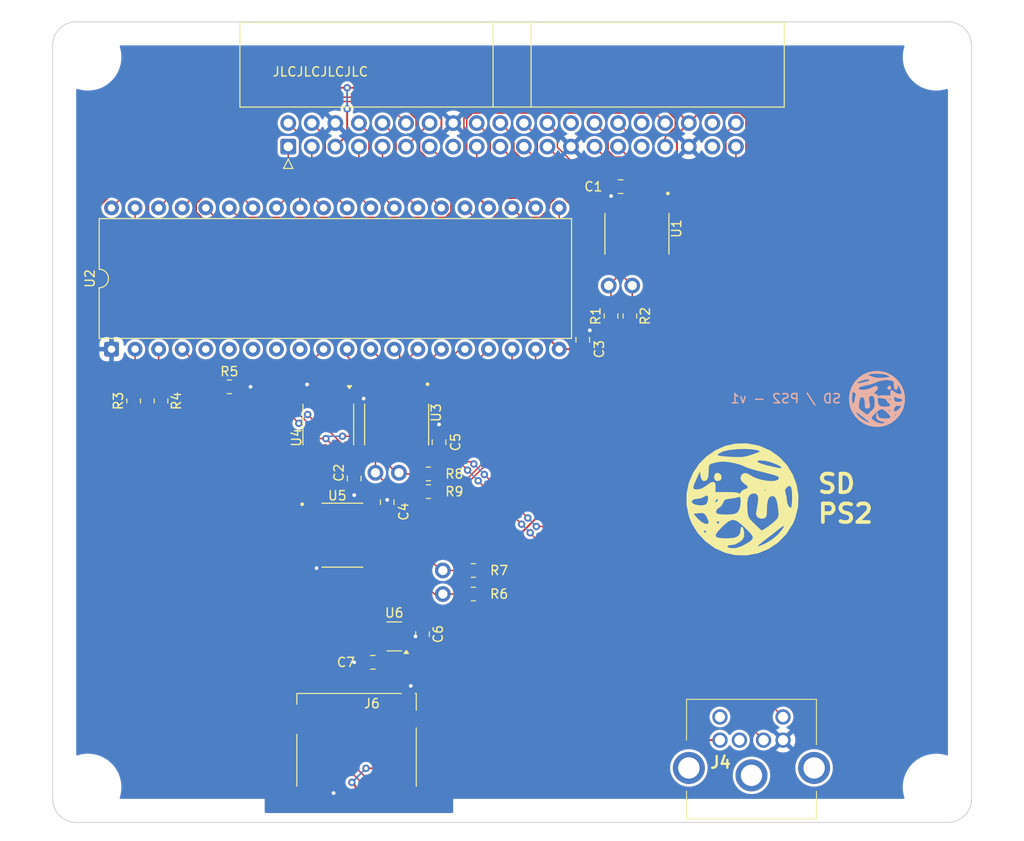
<source format=kicad_pcb>
(kicad_pcb (version 20241229) (generator "pcbnew") (generator_version "9.0")
  (layers (0 "F.Cu" signal) (2 "B.Cu" signal) (13 "F.Paste" user) (15 "B.Paste" user) (5 "F.SilkS" user "F.Silkscreen") (7 "B.SilkS" user "B.Silkscreen") (1 "F.Mask" user) (3 "B.Mask" user) (25 "Edge.Cuts" user))
  (net 0 "")
  (net 1 "+5V")
  (net 2 "GND")
  (net 3 "+3.3V")
  (net 4 "/A15")
  (net 5 "/A14")
  (net 7 "/~{RESET}")
  (net 9 "/A10")
  (net 10 "/A7")
  (net 11 "Net-(J1-D3)")
  (net 12 "Net-(J1-D7)")
  (net 13 "/CLK")
  (net 14 "/A8")
  (net 15 "/A4")
  (net 16 "Net-(J1-D0)")
  (net 17 "Net-(J1-A0)")
  (net 18 "/A13")
  (net 19 "/A11")
  (net 20 "/A12")
  (net 21 "Net-(J1-A3)")
  (net 23 "Net-(J1-D2)")
  (net 24 "/A6")
  (net 26 "Net-(J1-D6)")
  (net 27 "Net-(J1-A1)")
  (net 30 "/A5")
  (net 31 "Net-(J1-D5)")
  (net 32 "Net-(J1-D4)")
  (net 33 "/R{slash}~{W}")
  (net 34 "Net-(J1-D1)")
  (net 35 "/~{IRQ}")
  (net 36 "/A9")
  (net 37 "Net-(J1-A2)")
  (net 38 "Net-(J2-Pin_2)")
  (net 39 "Net-(J2-Pin_1)")
  (net 40 "Net-(J3-Pin_2)")
  (net 41 "Net-(J3-Pin_1)")
  (net 42 "/PS2_DATA")
  (net 44 "/PS2_CLK")
  (net 46 "Net-(J5-Pin_2)")
  (net 47 "Net-(J5-Pin_1)")
  (net 48 "/SD_DO")
  (net 49 "/SD_CLK")
  (net 51 "/SD_DI")
  (net 52 "/~{SD_CS}")
  (net 55 "/I2C_SCL")
  (net 56 "/I2C_SDA")
  (net 57 "/SD_KBD_OE")
  (net 64 "/D4")
  (net 65 "/SER_IN")
  (net 66 "/D7")
  (net 67 "/D3")
  (net 68 "/D6")
  (net 69 "/D0")
  (net 70 "/KBD_IRQ")
  (net 71 "/SER_CLK")
  (net 72 "/D2")
  (net 73 "/D5")
  (net 74 "/D1")
  (net 79 "/BYTE_CLK")
  (net 81 "Net-(U4-~{SRCLR})")
  (net 88 "Net-(U1-O6)")
  (net 90 "/~{SLG_SD_CS}")
  (footprint "Package_DIP:DIP-40_W15.24mm" (layer "F.Cu") (at 31.75 60.706 90)
    (property "Reference" "U2")
    (property "Value" "W65C22")
  )
  (footprint "Resistor_SMD:R_0805_2012Metric_Pad1.20x1.40mm_HandSolder" (layer "F.Cu") (at 70.755 84.582 180)
    (property "Reference" "R7")
    (property "Value" "10k")
  )
  (footprint "MountingHole:MountingHole_3.2mm_M3" (layer "F.Cu") (at 29.21 29.21)
    (property "Reference" "REF**" (hide yes))
    (property "Value" "MountingHole_3.2mm_M3")
  )
  (footprint "Resistor_SMD:R_0805_2012Metric_Pad1.20x1.40mm_HandSolder" (layer "F.Cu") (at 70.755 87.122 180)
    (property "Reference" "R6")
    (property "Value" "10k")
  )
  (footprint "Resistor_SMD:R_0805_2012Metric_Pad1.20x1.40mm_HandSolder" (layer "F.Cu") (at 65.913 74.168 180)
    (property "Reference" "R8")
    (property "Value" "10k")
  )
  (footprint "Capacitor_SMD:C_0805_2012Metric_Pad1.18x1.45mm_HandSolder" (layer "F.Cu") (at 57.912 74.6545 -90)
    (property "Reference" "C2")
    (property "Value" "0.1u")
  )
  (footprint "MountingHole:MountingHole_3.2mm_M3" (layer "F.Cu") (at 120.65 107.950001)
    (property "Reference" "REF**" (hide yes))
    (property "Value" "MountingHole_3.2mm_M3")
  )
  (footprint "Connector_Card:microSD_HC_Hirose_DM3D-SF" (layer "F.Cu") (at 58.166 103.632)
    (property "Reference" "J6")
    (property "Value" "Micro_SD_Card_Det1")
  )
  (footprint "MountingHole:MountingHole_3.2mm_M3" (layer "F.Cu") (at 29.21 107.950001)
    (property "Reference" "REF**" (hide yes))
    (property "Value" "MountingHole_3.2mm_M3")
  )
  (footprint "imported_footprints:KMDGX6SBS" (layer "F.Cu") (at 102.04 102.88 180)
    (property "Reference" "J4")
    (property "Value" "Mini-DIN-6" (hide yes))
  )
  (footprint "Capacitor_SMD:C_0805_2012Metric_Pad1.18x1.45mm_HandSolder" (layer "F.Cu") (at 65.278 91.44 -90)
    (property "Reference" "C6")
    (property "Value" "1u")
  )
  (footprint "Resistor_SMD:R_0805_2012Metric_Pad1.20x1.40mm_HandSolder" (layer "F.Cu") (at 65.913 76.073 180)
    (property "Reference" "R9")
    (property "Value" "10k")
  )
  (footprint "imported_footprints:SOP65P640X120-20N" (layer "F.Cu") (at 62.484 68.834 -90)
    (property "Reference" "U3")
    (property "Value" "SLG46826G")
  )
  (footprint "Package_TO_SOT_SMD:SOT-23-5" (layer "F.Cu") (at 62.23 91.694 180)
    (property "Reference" "U6")
    (property "Value" "TLV73333PDBV")
  )
  (footprint "Resistor_SMD:R_0805_2012Metric_Pad1.20x1.40mm_HandSolder" (layer "F.Cu") (at 34.134 66.294 90)
    (property "Reference" "R3")
    (property "Value" "10k")
  )
  (footprint "imported_footprints:SOP65P640X120-20N" (layer "F.Cu") (at 88.392 48.26 -90)
    (property "Reference" "U1")
    (property "Value" "SLG46826G")
  )
  (footprint "Package_SO:TSSOP-16_4.4x5mm_P0.65mm" (layer "F.Cu") (at 55.118 68.834 -90)
    (property "Reference" "U4")
    (property "Value" "74AHCT595")
  )
  (footprint "own_footprints:PinHeader_1x02_P2.54mm_Vertical_minimal" (layer "F.Cu") (at 62.738 74.041 -90)
    (property "Reference" "J5" (hide yes))
    (property "Value" "greenpak_i2c")
  )
  (footprint "Capacitor_SMD:C_0805_2012Metric_Pad1.18x1.45mm_HandSolder" (layer "F.Cu") (at 59.9225 94.488 180)
    (property "Reference" "C7")
    (property "Value" "4.7u")
  )
  (footprint "Capacitor_SMD:C_0805_2012Metric_Pad1.18x1.45mm_HandSolder" (layer "F.Cu") (at 61.468 77.216 90)
    (property "Reference" "C4")
    (property "Value" "0.1u")
  )
  (footprint "Resistor_SMD:R_0805_2012Metric_Pad1.20x1.40mm_HandSolder" (layer "F.Cu") (at 85.598 57.134 90)
    (property "Reference" "R1")
    (property "Value" "10k")
  )
  (footprint "own_footprints:PinHeader_1x02_P2.54mm_Vertical_minimal" (layer "F.Cu") (at 67.469 84.582)
    (property "Reference" "J3" (hide yes))
    (property "Value" "greenpak_i2c")
  )
  (footprint "Connector_IDC:IDC-Header_2x20_P2.54mm_Horizontal" (layer "F.Cu") (at 50.8 38.862 90)
    (property "Reference" "J1" (hide yes))
    (property "Value" "8bit_thing_bus_connector")
  )
  (footprint "MountingHole:MountingHole_3.2mm_M3" (layer "F.Cu") (at 120.65 29.21)
    (property "Reference" "REF**" (hide yes))
    (property "Value" "MountingHole_3.2mm_M3")
  )
  (footprint "imported_footprints:SOP65P640X120-20N" (layer "F.Cu") (at 56.642 80.772)
    (property "Reference" "U5")
    (property "Value" "SLG46826G")
  )
  (footprint "Resistor_SMD:R_0805_2012Metric_Pad1.20x1.40mm_HandSolder" (layer "F.Cu") (at 87.63 57.134 90)
    (property "Reference" "R2")
    (property "Value" "10k")
  )
  (footprint "Capacitor_SMD:C_0805_2012Metric_Pad1.18x1.45mm_HandSolder" (layer "F.Cu") (at 86.6355 43.18 180)
    (property "Reference" "C1")
    (property "Value" "0.1u")
  )
  (footprint "own_footprints:PinHeader_1x02_P2.54mm_Vertical_minimal" (layer "F.Cu") (at 87.884 53.848 -90)
    (property "Reference" "J2" (hide yes))
    (property "Value" "greenpak_i2c")
  )
  (footprint "Capacitor_SMD:C_0805_2012Metric_Pad1.18x1.45mm_HandSolder" (layer "F.Cu") (at 82.55 59.69 90)
    (property "Reference" "C3")
    (property "Value" "0.1u")
  )
  (footprint "own_footprints:smyrill_logo" (layer "F.Cu") (at 99.695 76.835)
    (property "Reference" "G***" (hide yes))
    (property "Value" "LOGO" (hide yes))
  )
  (footprint "Resistor_SMD:R_0805_2012Metric_Pad1.20x1.40mm_HandSolder" (layer "F.Cu") (at 37.084 66.294 90)
    (property "Reference" "R4")
    (property "Value" "10k")
  )
  (footprint "Capacitor_SMD:C_0805_2012Metric_Pad1.18x1.45mm_HandSolder" (layer "F.Cu") (at 67.056 70.739 90)
    (property "Reference" "C5")
    (property "Value" "0.1u")
  )
  (footprint "Resistor_SMD:R_0805_2012Metric_Pad1.20x1.40mm_HandSolder" (layer "F.Cu") (at 44.45 64.77)
    (property "Reference" "R5")
    (property "Value" "10k")
  )
  (footprint "own_footprints:smyrill_logo_small" (layer "B.Cu") (at 114.3 66.04 180)
    (property "Reference" "G***" (hide yes))
    (property "Value" "LOGO" (hide yes))
  )
  (gr_line (start 124.46 109.22) (end 124.46 27.94) (stroke (width 0.1)) (layer "Edge.Cuts"))
  (gr_arc (start 124.46 109.22) (mid 123.716037 111.016037) (end 121.92 111.76) (stroke (width 0.1)) (layer "Edge.Cuts"))
  (gr_line (start 27.94 25.4) (end 121.92 25.4) (stroke (width 0.1)) (layer "Edge.Cuts"))
  (gr_arc (start 121.92 25.4) (mid 123.716008 26.143992) (end 124.46 27.94) (stroke (width 0.1)) (layer "Edge.Cuts"))
  (gr_arc (start 27.94 111.76) (mid 26.143905 111.016095) (end 25.4 109.22) (stroke (width 0.1)) (layer "Edge.Cuts"))
  (gr_line (start 27.94 111.76) (end 121.92 111.76) (stroke (width 0.1)) (layer "Edge.Cuts"))
  (gr_arc (start 25.4 27.94) (mid 26.143949 26.143949) (end 27.94 25.4) (stroke (width 0.1)) (layer "Edge.Cuts"))
  (gr_line (start 25.4 109.22) (end 25.4 27.94) (stroke (width 0.1)) (layer "Edge.Cuts"))
  (gr_text "SD\nPS2" (at 107.696 76.835 0) (layer "F.SilkS") (effects (font (size 2 2) (thickness 0.4) (bold yes)) (justify left)))
  (gr_text "JLCJLCJLCJLC" (at 49.022 31.369 0) (layer "F.SilkS") (effects (font (size 1 1)) (justify left bottom)))
  (gr_text "SD / PS2 - v1" (at 110.49 66.04 0) (layer "B.SilkS") (effects (font (size 1 1)) (justify left mirror)))
  (segment (start 68.133 90.744) (end 71.755 87.122) (width 0.2) (layer "F.Cu") (net 1))
  (segment (start 71.755 84.582) (end 71.755 87.122) (width 0.2) (layer "F.Cu") (net 1))
  (segment (start 92.71 37.592) (end 93.98 36.322) (width 0.2) (layer "F.Cu") (net 1))
  (segment (start 62.454 92.014256) (end 62.454 91.373744) (width 0.2) (layer "F.Cu") (net 1))
  (segment (start 87.673 43.18) (end 87.417 43.436) (width 0.2) (layer "F.Cu") (net 1))
  (segment (start 59.436 58.674) (end 73.695 58.674) (width 0.2) (layer "F.Cu") (net 1))
  (segment (start 71.882 84.582) (end 71.755 84.582) (width 0.2) (layer "F.Cu") (net 1))
  (segment (start 57.393 71.6965) (end 57.393 73.447) (width 0.2) (layer "F.Cu") (net 1))
  (segment (start 100.161 35.86595) (end 100.161 52.493) (width 0.2) (layer "F.Cu") (net 1))
  (segment (start 59.507 77.847) (end 61.0615 77.847) (width 0.2) (layer "F.Cu") (net 1))
  (segment (start 87.417 46.134999) (end 91.317 50.034999) (width 0.2) (layer "F.Cu") (net 1))
  (segment (start 66.913 76.343) (end 66.913 76.073) (width 0.2) (layer "F.Cu") (net 1))
  (segment (start 96.337 58.300619) (end 93.931619 60.706) (width 0.2) (layer "F.Cu") (net 1))
  (segment (start 66.66505 32.512) (end 57.15 32.512) (width 0.2) (layer "F.Cu") (net 1))
  (segment (start 91.317 51.125) (end 92.71 49.732) (width 0.2) (layer "F.Cu") (net 1))
  (segment (start 67.04 74.168) (end 66.913 74.168) (width 0.2) (layer "F.Cu") (net 1))
  (segment (start 63.3675 90.744) (end 68.133 90.744) (width 0.2) (layer "F.Cu") (net 1))
  (segment (start 63.3675 92.644) (end 63.083744 92.644) (width 0.2) (layer "F.Cu") (net 1))
  (segment (start 88.392 68.072) (end 71.882 84.582) (width 0.2) (layer "F.Cu") (net 1))
  (segment (start 80.01 60.706) (end 88.392 60.706) (width 0.2) (layer "F.Cu") (net 1))
  (segment (start 87.417 45.395) (end 87.417 46.134999) (width 0.2) (layer "F.Cu") (net 1))
  (segment (start 90.17 32.512) (end 93.98 36.322) (width 0.2) (layer "F.Cu") (net 1))
  (segment (start 66.66505 32.512) (end 90.17 32.512) (width 0.2) (layer "F.Cu") (net 1))
  (segment (start 77.724 87.122) (end 93.472 102.87) (width 0.2) (layer "F.Cu") (net 1))
  (segment (start 34.134 67.294) (end 37.084 67.294) (width 0.2) (layer "F.Cu") (net 1))
  (segment (start 57.15 32.512) (end 43.217661 32.512) (width 0.2) (layer "F.Cu") (net 1))
  (segment (start 95.081 35.221) (end 99.51605 35.221) (width 0.2) (layer "F.Cu") (net 1))
  (segment (start 67.056 74.184) (end 67.04 74.168) (width 0.2) (layer "F.Cu") (net 1))
  (segment (start 65.0025 78.2535) (end 66.913 76.343) (width 0.2) (layer "F.Cu") (net 1))
  (segment (start 58.868472 77.847) (end 58.516 78.199472) (width 0.2) (layer "F.Cu") (net 1))
  (segment (start 87.63 58.134) (end 87.63 59.944) (width 0.2) (layer "F.Cu") (net 1))
  (segment (start 80.01 60.706) (end 78.74 59.436) (width 0.2) (layer "F.Cu") (net 1))
  (segment (start 58.42 59.69) (end 59.436 58.674) (width 0.2) (layer "F.Cu") (net 1))
  (segment (start 85.598 58.134) (end 87.63 58.134) (width 0.2) (layer "F.Cu") (net 1))
  (segment (start 74.422 59.436) (end 74.803 59.436) (width 0.2) (layer "F.Cu") (net 1))
  (segment (start 73.66 65.024) (end 73.66 60.198) (width 0.2) (layer "F.Cu") (net 1))
  (segment (start 63.083744 90.744) (end 63.3675 90.744) (width 0.2) (layer "F.Cu") (net 1))
  (segment (start 72.39 45.466) (end 67.31 40.386) (width 0.2) (layer "F.Cu") (net 1))
  (segment (start 61.509 65.969) (end 61.509 64.557) (width 0.2) (layer "F.Cu") (net 1))
  (segment (start 66.913 76.073) (end 67.056 75.93) (width 0.2) (layer "F.Cu") (net 1))
  (segment (start 93.736 102.88) (end 97.34 102.88) (width 0.2) (layer "F.Cu") (net 1))
  (segment (start 73.66 60.198) (end 74.422 59.436) (width 0.2) (layer "F.Cu") (net 1))
  (segment (start 71.755 87.122) (end 77.724 87.122) (width 0.2) (layer "F.Cu") (net 1))
  (segment (start 67.056 75.93) (end 67.056 74.184) (width 0.2) (layer "F.Cu") (net 1))
  (segment (start 73.695 58.674) (end 74.457 59.436) (width 0.2) (layer "F.Cu") (net 1))
  (segment (start 88.392 60.706) (end 88.392 68.072) (width 0.2) (layer "F.Cu") (net 1))
  (segment (start 58.516 85.8925) (end 63.3675 90.744) (width 0.2) (layer "F.Cu") (net 1))
  (segment (start 61.468 78.2535) (end 65.0025 78.2535) (width 0.2) (layer "F.Cu") (net 1))
  (segment (start 96.337 56.317) (end 96.337 58.300619) (width 0.2) (layer "F.Cu") (net 1))
  (segment (start 93.472 102.87) (end 93.726 102.87) (width 0.2) (layer "F.Cu") (net 1))
  (segment (start 87.417 43.436) (end 87.417 45.395) (width 0.2) (layer "F.Cu") (net 1))
  (segment (start 62.454 91.373744) (end 63.083744 90.744) (width 0.2) (layer "F.Cu") (net 1))
  (segment (start 29.972 63.246) (end 30.086 63.246) (width 0.2) (layer "F.Cu") (net 1))
  (segment (start 61.0615 77.847) (end 61.468 78.2535) (width 0.2) (layer "F.Cu") (net 1))
  (segment (start 43.217661 32.512) (end 29.972 45.757661) (width 0.2) (layer "F.Cu") (net 1))
  (segment (start 57.15 37.592) (end 57.15 34.798) (width 0.2) (layer "F.Cu") (net 1))
  (segment (start 58.42 61.468) (end 58.42 59.69) (width 0.2) (layer "F.Cu") (net 1))
  (segment (start 87.63 59.944) (end 88.392 60.706) (width 0.2) (layer "F.Cu") (net 1))
  (segment (start 30.086 63.246) (end 34.134 67.294) (width 0.2) (layer "F.Cu") (net 1))
  (segment (start 67.31 40.386) (end 67.31 33.15695) (width 0.2) (layer "F.Cu") (net 1))
  (segment (start 61.509 64.557) (end 58.42 61.468) (width 0.2) (layer "F.Cu") (net 1))
  (segment (start 93.931619 60.706) (end 88.392 60.706) (width 0.2) (layer "F.Cu") (net 1))
  (segment (start 92.71 49.732) (end 92.71 37.592) (width 0.2) (layer "F.Cu") (net 1))
  (segment (start 58.516 78.199472) (end 58.516 85.8925) (width 0.2) (layer "F.Cu") (net 1))
  (segment (start 74.803 59.436) (end 74.457 59.436) (width 0.2) (layer "F.Cu") (net 1))
  (segment (start 93.726 102.87) (end 93.736 102.88) (width 0.2) (layer "F.Cu") (net 1))
  (segment (start 99.51605 35.221) (end 100.161 35.86595) (width 0.2) (layer "F.Cu") (net 1))
  (segment (start 100.161 52.493) (end 96.337 56.317) (width 0.2) (layer "F.Cu") (net 1))
  (segment (start 55.88 38.862) (end 57.15 37.592) (width 0.2) (layer "F.Cu") (net 1))
  (segment (start 57.393 73.447) (end 59.507 75.561) (width 0.2) (layer "F.Cu") (net 1))
  (segment (start 66.985 71.699) (end 73.66 65.024) (width 0.2) (layer "F.Cu") (net 1))
  (segment (start 93.98 36.322) (end 95.081 35.221) (width 0.2) (layer "F.Cu") (net 1))
  (segment (start 59.507 77.847) (end 58.868472 77.847) (width 0.2) (layer "F.Cu") (net 1))
  (segment (start 78.74 59.436) (end 74.803 59.436) (width 0.2) (layer "F.Cu") (net 1))
  (segment (start 29.972 45.757661) (end 29.972 63.246) (width 0.2) (layer "F.Cu") (net 1))
  (segment (start 59.507 77.847) (end 59.507 75.561) (width 0.2) (layer "F.Cu") (net 1))
  (segment (start 65.409 71.699) (end 66.985 71.699) (width 0.2) (layer "F.Cu") (net 1))
  (segment (start 63.083744 92.644) (end 62.454 92.014256) (width 0.2) (layer "F.Cu") (net 1))
  (segment (start 67.31 33.15695) (end 66.66505 32.512) (width 0.2) (layer "F.Cu") (net 1))
  (segment (start 91.317 50.034999) (end 91.317 51.125) (width 0.2) (layer "F.Cu") (net 1))
  (via (at 57.15 34.798) (size 0.8) (drill 0.4) (layers "F.Cu" "B.Cu") (net 1))
  (via (at 57.15 32.512) (size 0.8) (drill 0.4) (layers "F.Cu" "B.Cu") (net 1))
  (segment (start 57.15 32.512) (end 57.15 34.798) (width 0.2) (layer "B.Cu") (net 1))
  (segment (start 67.056 68.834) (end 67.056 69.7015) (width 0.2) (layer "F.Cu") (net 2))
  (segment (start 85.598 43.18) (end 85.598 44.196) (width 0.2) (layer "F.Cu") (net 2))
  (segment (start 63.3675 91.694) (end 64.516 91.694) (width 0.2) (layer "F.Cu") (net 2))
  (segment (start 58.885 94.488) (end 57.912 94.488) (width 0.2) (layer "F.Cu") (net 2))
  (segment (start 55.841 108.982) (end 55.841 108.74619) (width 0.2) (layer "F.Cu") (net 2))
  (segment (start 52.832 64.516) (end 52.832 65.9605) (width 0.2) (layer "F.Cu") (net 2))
  (segment (start 45.45 64.77) (end 46.736 64.77) (width 0.2) (layer "F.Cu") (net 2))
  (segment (start 85.598 44.196) (end 85.598 45.264) (width 0.2) (layer "F.Cu") (net 2))
  (segment (start 65.278 92.4775) (end 65.278 92.456) (width 0.2) (layer "F.Cu") (net 2))
  (segment (start 58.999 65.969) (end 58.928 66.04) (width 0.2) (layer "F.Cu") (net 2))
  (segment (start 59.559 65.969) (end 58.999 65.969) (width 0.2) (layer "F.Cu") (net 2))
  (segment (start 65.278 92.456) (end 64.516 91.694) (width 0.2) (layer "F.Cu") (net 2))
  (segment (start 53.777 83.697) (end 53.777 84.257) (width 0.2) (layer "F.Cu") (net 2))
  (segment (start 55.841 108.74619) (end 55.686023 108.591213) (width 0.2) (layer "F.Cu") (net 2))
  (segment (start 52.832 65.9605) (end 52.843 65.9715) (width 0.2) (layer "F.Cu") (net 2))
  (segment (start 57.912 75.692) (end 57.912 76.454) (width 0.2) (layer "F.Cu") (net 2))
  (segment (start 82.55 58.6525) (end 83.2905 58.6525) (width 0.2) (layer "F.Cu") (net 2))
  (segment (start 61.468 76.1785) (end 61.468 76.962) (width 0.2) (layer "F.Cu") (net 2))
  (segment (start 63.741 98.182) (end 63.741 97.295) (width 0.2) (layer "F.Cu") (net 2))
  (segment (start 53.777 84.257) (end 53.848 84.328) (width 0.2) (layer "F.Cu") (net 2))
  (segment (start 85.598 45.264) (end 85.467 45.395) (width 0.2) (layer "F.Cu") (net 2))
  (segment (start 63.741 97.295) (end 64.008 97.028) (width 0.2) (layer "F.Cu") (net 2))
  (segment (start 83.2905 58.6525) (end 83.312 58.674) (width 0.2) (layer "F.Cu") (net 2))
  (via (at 85.598 44.196) (size 0.8) (drill 0.4) (layers "F.Cu" "B.Cu") (net 2))
  (via (at 64.008 97.028) (size 0.8) (drill 0.4) (layers "F.Cu" "B.Cu") (net 2))
  (via (at 52.832 64.516) (size 0.8) (drill 0.4) (layers "F.Cu" "B.Cu") (net 2))
  (via (at 57.912 94.488) (size 0.8) (drill 0.4) (layers "F.Cu" "B.Cu") (net 2))
  (via (at 58.928 66.04) (size 0.8) (drill 0.4) (layers "F.Cu" "B.Cu") (net 2))
  (via (at 83.312 58.674) (size 0.8) (drill 0.4) (layers "F.Cu" "B.Cu") (net 2))
  (via (at 57.912 76.454) (size 0.8) (drill 0.4) (layers "F.Cu" "B.Cu") (net 2))
  (via (at 46.736 64.77) (size 0.8) (drill 0.4) (layers "F.Cu" "B.Cu") (net 2))
  (via (at 61.468 76.962) (size 0.8) (drill 0.4) (layers "F.Cu" "B.Cu") (net 2))
  (via (at 67.056 68.834) (size 0.8) (drill 0.4) (layers "F.Cu" "B.Cu") (net 2))
  (via (at 55.686023 108.591213) (size 0.8) (drill 0.4) (layers "F.Cu" "B.Cu") (net 2))
  (via (at 53.848 84.328) (size 0.8) (drill 0.4) (layers "F.Cu" "B.Cu") (net 2))
  (via (at 64.516 91.694) (size 0.8) (drill 0.4) (layers "F.Cu" "B.Cu") (net 2))
  (segment (start 61.842 104.148836) (end 60.072836 105.918) (width 0.2) (layer "F.Cu") (net 3))
  (segment (start 61.842 101.974) (end 61.842 104.148836) (width 0.2) (layer "F.Cu") (net 3))
  (segment (start 55.118 82.449472) (end 55.118 86.6695) (width 0.2) (layer "F.Cu") (net 3))
  (segment (start 58.041 108.982) (end 58.041 107.825) (width 0.2) (layer "F.Cu") (net 3))
  (segment (start 54.415528 81.747) (end 55.118 82.449472) (width 0.2) (layer "F.Cu") (net 3))
  (segment (start 53.777 81.747) (end 54.415528 81.747) (width 0.2) (layer "F.Cu") (net 3))
  (segment (start 60.072836 105.918) (end 59.182 105.918) (width 0.2) (layer "F.Cu") (net 3))
  (segment (start 58.041 107.825) (end 57.658 107.442) (width 0.2) (layer "F.Cu") (net 3))
  (segment (start 61.0925 92.644) (end 61.0925 101.2245) (width 0.2) (layer "F.Cu") (net 3))
  (segment (start 61.0925 101.2245) (end 61.842 101.974) (width 0.2) (layer "F.Cu") (net 3))
  (segment (start 55.118 86.6695) (end 61.0925 92.644) (width 0.2) (layer "F.Cu") (net 3))
  (via (at 57.658 107.442) (size 0.8) (drill 0.4) (layers "F.Cu" "B.Cu") (net 3))
  (via (at 59.182 105.918) (size 0.8) (drill 0.4) (layers "F.Cu" "B.Cu") (net 3))
  (segment (start 57.658 107.442) (end 59.182 105.918) (width 0.2) (layer "B.Cu") (net 3))
  (segment (start 87.63 37.592) (end 87.63 39.523086) (width 0.15) (layer "F.Cu") (net 4))
  (segment (start 86.36 36.322) (end 87.63 37.592) (width 0.15) (layer "F.Cu") (net 4))
  (segment (start 87.63 39.523086) (end 91.317 43.210086) (width 0.15) (layer "F.Cu") (net 4))
  (segment (start 91.317 43.210086) (end 91.317 45.395) (width 0.15) (layer "F.Cu") (net 4))
  (segment (start 90.667 42.98435) (end 90.667 45.395) (width 0.15) (layer "F.Cu") (net 5))
  (segment (start 87.37765 39.695) (end 90.667 42.98435) (width 0.15) (layer "F.Cu") (net 5))
  (segment (start 87.193 39.695) (end 87.37765 39.695) (width 0.15) (layer "F.Cu") (net 5))
  (segment (start 86.36 38.862) (end 87.193 39.695) (width 0.15) (layer "F.Cu") (net 5))
  (segment (start 41.729016 44.196) (end 40.884 45.041016) (width 0.15) (layer "F.Cu") (net 7))
  (segment (start 99.06 47.244) (end 99.06 38.862) (width 0.15) (layer "F.Cu") (net 7))
  (segment (start 45.72 44.196) (end 41.729016 44.196) (width 0.15) (layer "F.Cu") (net 7))
  (segment (start 52.301016 57.308) (end 88.996 57.308) (width 0.15) (layer "F.Cu") (net 7))
  (segment (start 40.884 45.041016) (end 40.884 45.890984) (width 0.15) (layer "F.Cu") (net 7))
  (segment (start 40.884 45.890984) (end 52.301016 57.308) (width 0.15) (layer "F.Cu") (net 7))
  (segment (start 88.996 57.308) (end 99.06 47.244) (width 0.15) (layer "F.Cu") (net 7))
  (segment (start 46.99 45.466) (end 45.72 44.196) (width 0.15) (layer "F.Cu") (net 7))
  (segment (start 88.067 44.278594) (end 88.4865 43.859094) (width 0.15) (layer "F.Cu") (net 9))
  (segment (start 88.067 45.395) (end 88.067 44.278594) (width 0.15) (layer "F.Cu") (net 9))
  (segment (start 88.4865 43.859094) (end 88.4865 42.50232) (width 0.15) (layer "F.Cu") (net 9))
  (segment (start 86.87918 40.895) (end 80.773 40.895) (width 0.15) (layer "F.Cu") (net 9))
  (segment (start 88.4865 42.50232) (end 86.87918 40.895) (width 0.15) (layer "F.Cu") (net 9))
  (segment (start 80.773 40.895) (end 78.74 38.862) (width 0.15) (layer "F.Cu") (net 9))
  (segment (start 87.587999 48.606) (end 85.873776 48.606) (width 0.15) (layer "F.Cu") (net 10))
  (segment (start 80.263776 42.996) (end 77.907776 40.64) (width 0.15) (layer "F.Cu") (net 10))
  (segment (start 85.873776 48.606) (end 83.75 46.482224) (width 0.15) (layer "F.Cu") (net 10))
  (segment (start 83.75 45.984944) (end 80.761056 42.996) (width 0.15) (layer "F.Cu") (net 10))
  (segment (start 75.124 37.786) (end 73.66 36.322) (width 0.15) (layer "F.Cu") (net 10))
  (segment (start 75.124 39.31) (end 75.124 37.786) (width 0.15) (layer "F.Cu") (net 10))
  (segment (start 76.454 40.64) (end 75.124 39.31) (width 0.15) (layer "F.Cu") (net 10))
  (segment (start 89.367 51.125) (end 89.367 50.385001) (width 0.15) (layer "F.Cu") (net 10))
  (segment (start 89.367 50.385001) (end 87.587999 48.606) (width 0.15) (layer "F.Cu") (net 10))
  (segment (start 83.75 46.482224) (end 83.75 45.984944) (width 0.15) (layer "F.Cu") (net 10))
  (segment (start 80.761056 42.996) (end 80.263776 42.996) (width 0.15) (layer "F.Cu") (net 10))
  (segment (start 77.907776 40.64) (end 76.454 40.64) (width 0.15) (layer "F.Cu") (net 10))
  (segment (start 54.804 37.786) (end 54.804 43.12) (width 0.15) (layer "F.Cu") (net 11))
  (segment (start 54.804 43.12) (end 57.15 45.466) (width 0.15) (layer "F.Cu") (net 11))
  (segment (start 53.34 36.322) (end 54.804 37.786) (width 0.15) (layer "F.Cu") (net 11))
  (segment (start 60.96 36.322) (end 62.424 37.786) (width 0.15) (layer "F.Cu") (net 12))
  (segment (start 62.424 40.58) (end 67.31 45.466) (width 0.15) (layer "F.Cu") (net 12))
  (segment (start 62.424 37.786) (end 62.424 40.58) (width 0.15) (layer "F.Cu") (net 12))
  (segment (start 92.516 36.77) (end 91.44 37.846) (width 0.15) (layer "F.Cu") (net 13))
  (segment (start 91.44 37.846) (end 91.44 38.862) (width 0.15) (layer "F.Cu") (net 13))
  (segment (start 69.742 41.04) (end 69.742 34.652) (width 0.15) (layer "F.Cu") (net 13))
  (segment (start 73.66 44.958) (end 69.742 41.04) (width 0.15) (layer "F.Cu") (net 13))
  (segment (start 69.85 34.544) (end 91.183694 34.544) (width 0.15) (layer "F.Cu") (net 13))
  (segment (start 69.85 45.466) (end 71.374 46.99) (width 0.15) (layer "F.Cu") (net 13))
  (segment (start 71.374 46.99) (end 72.39 46.99) (width 0.15) (layer "F.Cu") (net 13))
  (segment (start 72.39 46.99) (end 73.66 45.72) (width 0.15) (layer "F.Cu") (net 13))
  (segment (start 92.516 35.876306) (end 92.516 36.77) (width 0.15) (layer "F.Cu") (net 13))
  (segment (start 91.183694 34.544) (end 92.516 35.876306) (width 0.15) (layer "F.Cu") (net 13))
  (segment (start 69.742 34.652) (end 69.85 34.544) (width 0.15) (layer "F.Cu") (net 13))
  (segment (start 73.66 45.72) (end 73.66 44.958) (width 0.15) (layer "F.Cu") (net 13))
  (segment (start 78.03104 40.339) (end 80.38804 42.696) (width 0.15) (layer "F.Cu") (net 14))
  (segment (start 84.05 46.35796) (end 85.99804 48.306) (width 0.15) (layer "F.Cu") (net 14))
  (segment (start 80.38804 42.696) (end 80.88532 42.696) (width 0.15) (layer "F.Cu") (net 14))
  (segment (start 87.937999 48.306) (end 90.017 50.385001) (width 0.15) (layer "F.Cu") (net 14))
  (segment (start 84.05 45.86068) (end 84.05 46.35796) (width 0.15) (layer "F.Cu") (net 14))
  (segment (start 90.017 50.385001) (end 90.017 51.125) (width 0.15) (layer "F.Cu") (net 14))
  (segment (start 80.88532 42.696) (end 84.05 45.86068) (width 0.15) (layer "F.Cu") (net 14))
  (segment (start 76.2 38.862) (end 77.677 40.339) (width 0.15) (layer "F.Cu") (net 14))
  (segment (start 85.99804 48.306) (end 87.937999 48.306) (width 0.15) (layer "F.Cu") (net 14))
  (segment (start 77.677 40.339) (end 78.03104 40.339) (width 0.15) (layer "F.Cu") (net 14))
  (segment (start 75.697472 42.002) (end 74.127472 40.432) (width 0.15) (layer "F.Cu") (net 15))
  (segment (start 74.127472 40.432) (end 71.487919 40.432) (width 0.15) (layer "F.Cu") (net 15))
  (segment (start 85.500984 49.506) (end 82.85 46.855016) (width 0.15) (layer "F.Cu") (net 15))
  (segment (start 82.85 46.357736) (end 80.388264 43.896) (width 0.15) (layer "F.Cu") (net 15))
  (segment (start 79.890984 43.896) (end 77.996984 42.002) (width 0.15) (layer "F.Cu") (net 15))
  (segment (start 71.12 40.064081) (end 71.12 38.862) (width 0.15) (layer "F.Cu") (net 15))
  (segment (start 87.417 50.385001) (end 86.537999 49.506) (width 0.15) (layer "F.Cu") (net 15))
  (segment (start 82.85 46.855016) (end 82.85 46.357736) (width 0.15) (layer "F.Cu") (net 15))
  (segment (start 86.537999 49.506) (end 85.500984 49.506) (width 0.15) (layer "F.Cu") (net 15))
  (segment (start 71.487919 40.432) (end 71.12 40.064081) (width 0.15) (layer "F.Cu") (net 15))
  (segment (start 87.417 51.125) (end 87.417 50.385001) (width 0.15) (layer "F.Cu") (net 15))
  (segment (start 77.996984 42.002) (end 75.697472 42.002) (width 0.15) (layer "F.Cu") (net 15))
  (segment (start 80.388264 43.896) (end 79.890984 43.896) (width 0.15) (layer "F.Cu") (net 15))
  (segment (start 50.8 44.196) (end 49.53 45.466) (width 0.15) (layer "F.Cu") (net 16))
  (segment (start 50.8 38.862) (end 50.8 44.196) (width 0.15) (layer "F.Cu") (net 16))
  (segment (start 63.5 38.862) (end 64.576 37.786) (width 0.15) (layer "F.Cu") (net 17))
  (segment (start 62.227694 33.528) (end 48.768 33.528) (width 0.15) (layer "F.Cu") (net 17))
  (segment (start 48.768 33.528) (end 36.83 45.466) (width 0.15) (layer "F.Cu") (net 17))
  (segment (start 64.576 35.876306) (end 62.227694 33.528) (width 0.15) (layer "F.Cu") (net 17))
  (segment (start 64.576 37.786) (end 64.576 35.876306) (width 0.15) (layer "F.Cu") (net 17))
  (segment (start 83.82 36.322) (end 85.284 37.786) (width 0.15) (layer "F.Cu") (net 18))
  (segment (start 87.253386 39.995) (end 90.017 42.758614) (width 0.15) (layer "F.Cu") (net 18))
  (segment (start 85.284 39.307694) (end 85.971306 39.995) (width 0.15) (layer "F.Cu") (net 18))
  (segment (start 85.284 37.786) (end 85.284 39.307694) (width 0.15) (layer "F.Cu") (net 18))
  (segment (start 90.017 42.758614) (end 90.017 45.395) (width 0.15) (layer "F.Cu") (net 18))
  (segment (start 85.971306 39.995) (end 87.253386 39.995) (width 0.15) (layer "F.Cu") (net 18))
  (segment (start 89.2 42.790142) (end 89.2 43.569858) (width 0.15) (layer "F.Cu") (net 19))
  (segment (start 87.004858 40.595) (end 89.2 42.790142) (width 0.15) (layer "F.Cu") (net 19))
  (segment (start 78.74 36.322) (end 79.816 37.398) (width 0.15) (layer "F.Cu") (net 19))
  (segment (start 79.816 38.919694) (end 81.491306 40.595) (width 0.15) (layer "F.Cu") (net 19))
  (segment (start 81.491306 40.595) (end 87.004858 40.595) (width 0.15) (layer "F.Cu") (net 19))
  (segment (start 89.2 43.569858) (end 88.717 44.052858) (width 0.15) (layer "F.Cu") (net 19))
  (segment (start 88.717 44.052858) (end 88.717 45.395) (width 0.15) (layer "F.Cu") (net 19))
  (segment (start 79.816 37.398) (end 79.816 38.919694) (width 0.15) (layer "F.Cu") (net 19))
  (segment (start 89.571999 45.190001) (end 89.367 45.395) (width 0.15) (layer "F.Cu") (net 20))
  (segment (start 85.253 40.295) (end 87.129122 40.295) (width 0.15) (layer "F.Cu") (net 20))
  (segment (start 83.82 38.862) (end 85.253 40.295) (width 0.15) (layer "F.Cu") (net 20))
  (segment (start 87.129122 40.295) (end 89.571999 42.737877) (width 0.15) (layer "F.Cu") (net 20))
  (segment (start 89.571999 42.737877) (end 89.571999 45.190001) (width 0.15) (layer "F.Cu") (net 20))
  (segment (start 45.476 46.492) (end 66.792 46.492) (width 0.15) (layer "F.Cu") (net 21))
  (segment (start 64.964 39.307694) (end 64.964 37.398) (width 0.15) (layer "F.Cu") (net 21))
  (segment (start 68.335 45.89057) (end 68.335 42.678694) (width 0.15) (layer "F.Cu") (net 21))
  (segment (start 67.73457 46.491) (end 68.335 45.89057) (width 0.15) (layer "F.Cu") (net 21))
  (segment (start 68.335 42.678694) (end 64.964 39.307694) (width 0.15) (layer "F.Cu") (net 21))
  (segment (start 66.792 46.492) (end 66.802 46.482) (width 0.15) (layer "F.Cu") (net 21))
  (segment (start 64.964 37.398) (end 66.04 36.322) (width 0.15) (layer "F.Cu") (net 21))
  (segment (start 66.802 46.482) (end 66.811 46.491) (width 0.15) (layer "F.Cu") (net 21))
  (segment (start 66.811 46.491) (end 67.73457 46.491) (width 0.15) (layer "F.Cu") (net 21))
  (segment (start 44.45 45.466) (end 45.476 46.492) (width 0.15) (layer "F.Cu") (net 21))
  (segment (start 53.34 38.862) (end 53.34 44.196) (width 0.15) (layer "F.Cu") (net 23))
  (segment (start 53.34 44.196) (end 54.61 45.466) (width 0.15) (layer "F.Cu") (net 23))
  (segment (start 75.738 40.94) (end 73.66 38.862) (width 0.15) (layer "F.Cu") (net 24))
  (segment (start 80.636792 43.296) (end 80.139512 43.296) (width 0.15) (layer "F.Cu") (net 24))
  (segment (start 88.717 51.125) (end 88.717 50.385001) (width 0.15) (layer "F.Cu") (net 24))
  (segment (start 77.783512 40.94) (end 75.738 40.94) (width 0.15) (layer "F.Cu") (net 24))
  (segment (start 80.139512 43.296) (end 77.783512 40.94) (width 0.15) (layer "F.Cu") (net 24))
  (segment (start 88.717 50.385001) (end 87.237999 48.906) (width 0.15) (layer "F.Cu") (net 24))
  (segment (start 87.237999 48.906) (end 85.749512 48.906) (width 0.15) (layer "F.Cu") (net 24))
  (segment (start 85.749512 48.906) (end 83.45 46.606488) (width 0.15) (layer "F.Cu") (net 24))
  (segment (start 83.45 46.109208) (end 80.636792 43.296) (width 0.15) (layer "F.Cu") (net 24))
  (segment (start 83.45 46.606488) (end 83.45 46.109208) (width 0.15) (layer "F.Cu") (net 24))
  (segment (start 60.96 41.656) (end 64.77 45.466) (width 0.15) (layer "F.Cu") (net 26))
  (segment (start 60.96 38.862) (end 60.96 41.656) (width 0.15) (layer "F.Cu") (net 26))
  (segment (start 61.171 33.993) (end 50.843 33.993) (width 0.15) (layer "F.Cu") (net 27))
  (segment (start 63.5 36.322) (end 61.171 33.993) (width 0.15) (layer "F.Cu") (net 27))
  (segment (start 50.843 33.993) (end 39.37 45.466) (width 0.15) (layer "F.Cu") (net 27))
  (segment (start 80.015248 43.596) (end 80.512528 43.596) (width 0.15) (layer "F.Cu") (net 30))
  (segment (start 86.887999 49.206) (end 88.067 50.385001) (width 0.15) (layer "F.Cu") (net 30))
  (segment (start 85.625248 49.206) (end 86.887999 49.206) (width 0.15) (layer "F.Cu") (net 30))
  (segment (start 80.512528 43.596) (end 83.15 46.233472) (width 0.15) (layer "F.Cu") (net 30))
  (segment (start 78.121248 41.702) (end 80.015248 43.596) (width 0.15) (layer "F.Cu") (net 30))
  (segment (start 72.644 40.132) (end 74.251736 40.132) (width 0.15) (layer "F.Cu") (net 30))
  (segment (start 83.15 46.730752) (end 85.625248 49.206) (width 0.15) (layer "F.Cu") (net 30))
  (segment (start 72.584 37.786) (end 72.584 40.072) (width 0.15) (layer "F.Cu") (net 30))
  (segment (start 72.584 40.072) (end 72.644 40.132) (width 0.15) (layer "F.Cu") (net 30))
  (segment (start 88.067 50.385001) (end 88.067 51.125) (width 0.15) (layer "F.Cu") (net 30))
  (segment (start 71.12 36.322) (end 72.584 37.786) (width 0.15) (layer "F.Cu") (net 30))
  (segment (start 74.251736 40.132) (end 75.821736 41.702) (width 0.15) (layer "F.Cu") (net 30))
  (segment (start 75.821736 41.702) (end 78.121248 41.702) (width 0.15) (layer "F.Cu") (net 30))
  (segment (start 83.15 46.233472) (end 83.15 46.730752) (width 0.15) (layer "F.Cu") (net 30))
  (segment (start 59.496 37.398) (end 58.42 36.322) (width 0.15) (layer "F.Cu") (net 31))
  (segment (start 62.23 45.466) (end 59.496 42.732) (width 0.15) (layer "F.Cu") (net 31))
  (segment (start 59.496 42.732) (end 59.496 37.398) (width 0.15) (layer "F.Cu") (net 31))
  (segment (start 58.42 38.862) (end 58.42 44.196) (width 0.15) (layer "F.Cu") (net 32))
  (segment (start 58.42 44.196) (end 59.69 45.466) (width 0.15) (layer "F.Cu") (net 32))
  (segment (start 90.364 35.246) (end 91.44 36.322) (width 0.15) (layer "F.Cu") (net 33))
  (segment (start 70.674306 35.246) (end 90.364 35.246) (width 0.15) (layer "F.Cu") (net 33))
  (segment (start 70.044 40.072) (end 70.044 35.876306) (width 0.15) (layer "F.Cu") (net 33))
  (segment (start 70.044 35.876306) (end 70.674306 35.246) (width 0.15) (layer "F.Cu") (net 33))
  (segment (start 76.444 44.44) (end 74.412 44.44) (width 0.15) (layer "F.Cu") (net 33))
  (segment (start 77.47 45.466) (end 76.444 44.44) (width 0.15) (layer "F.Cu") (net 33))
  (segment (start 74.412 44.44) (end 70.044 40.072) (width 0.15) (layer "F.Cu") (net 33))
  (segment (start 50.8 36.322) (end 52.07 37.592) (width 0.15) (layer "F.Cu") (net 34))
  (segment (start 52.07 37.592) (end 52.07 45.466) (width 0.15) (layer "F.Cu") (net 34))
  (segment (start 80.01 52.026094) (end 84.943906 56.96) (width 0.15) (layer "F.Cu") (net 35))
  (segment (start 97.984 47.260094) (end 97.984 37.398) (width 0.15) (layer "F.Cu") (net 35))
  (segment (start 88.284094 56.96) (end 97.984 47.260094) (width 0.15) (layer "F.Cu") (net 35))
  (segment (start 84.943906 56.96) (end 88.284094 56.96) (width 0.15) (layer "F.Cu") (net 35))
  (segment (start 80.01 45.466) (end 80.01 52.026094) (width 0.15) (layer "F.Cu") (net 35))
  (segment (start 97.984 37.398) (end 99.06 36.322) (width 0.15) (layer "F.Cu") (net 35))
  (segment (start 84.35 45.736416) (end 81.009584 42.396) (width 0.15) (layer "F.Cu") (net 36))
  (segment (start 88.286999 48.005) (end 86.121304 48.005) (width 0.15) (layer "F.Cu") (net 36))
  (segment (start 77.664 37.786) (end 76.2 36.322) (width 0.15) (layer "F.Cu") (net 36))
  (segment (start 90.667 51.125) (end 90.667 50.385001) (width 0.15) (layer "F.Cu") (net 36))
  (segment (start 90.667 50.385001) (end 88.286999 48.005) (width 0.15) (layer "F.Cu") (net 36))
  (segment (start 86.121304 48.005) (end 84.35 46.233696) (width 0.15) (layer "F.Cu") (net 36))
  (segment (start 80.512304 42.396) (end 77.994304 39.878) (width 0.15) (layer "F.Cu") (net 36))
  (segment (start 77.664 39.818) (end 77.664 37.786) (width 0.15) (layer "F.Cu") (net 36))
  (segment (start 81.009584 42.396) (end 80.512304 42.396) (width 0.15) (layer "F.Cu") (net 36))
  (segment (start 84.35 46.233696) (end 84.35 45.736416) (width 0.15) (layer "F.Cu") (net 36))
  (segment (start 77.994304 39.878) (end 77.724 39.878) (width 0.15) (layer "F.Cu") (net 36))
  (segment (start 77.724 39.878) (end 77.664 39.818) (width 0.15) (layer "F.Cu") (net 36))
  (segment (start 68.635 46.014834) (end 68.635 42.17062) (width 0.15) (layer "F.Cu") (net 37))
  (segment (start 67.857834 46.792) (end 68.635 46.014834) (width 0.15) (layer "F.Cu") (net 37))
  (segment (start 43.236 46.792) (end 67.857834 46.792) (width 0.15) (layer "F.Cu") (net 37))
  (segment (start 68.635 42.17062) (end 66.985 40.520619) (width 0.15) (layer "F.Cu") (net 37))
  (segment (start 66.985 39.807) (end 66.04 38.862) (width 0.15) (layer "F.Cu") (net 37))
  (segment (start 41.91 45.466) (end 43.236 46.792) (width 0.15) (layer "F.Cu") (net 37))
  (segment (start 66.985 40.520619) (end 66.985 39.807) (width 0.15) (layer "F.Cu") (net 37))
  (segment (start 86.117 51.125) (end 86.117 53.075) (width 0.15) (layer "F.Cu") (net 38))
  (segment (start 85.598 54.356) (end 85.598 56.134) (width 0.15) (layer "F.Cu") (net 38))
  (segment (start 85.344 54.102) (end 85.598 54.356) (width 0.15) (layer "F.Cu") (net 38))
  (segment (start 86.117 53.075) (end 85.344 53.848) (width 0.15) (layer "F.Cu") (net 38))
  (segment (start 85.344 53.848) (end 85.344 54.102) (width 0.15) (layer "F.Cu") (net 38))
  (segment (start 87.884 55.88) (end 87.63 56.134) (width 0.15) (layer "F.Cu") (net 39))
  (segment (start 86.767 52.731) (end 87.884 53.848) (width 0.15) (layer "F.Cu") (net 39))
  (segment (start 87.884 53.848) (end 87.884 55.88) (width 0.15) (layer "F.Cu") (net 39))
  (segment (start 86.767 51.125) (end 86.767 52.731) (width 0.15) (layer "F.Cu") (net 39))
  (segment (start 67.469 87.122) (end 69.755 87.122) (width 0.15) (layer "F.Cu") (net 40))
  (segment (start 66.548 87.122) (end 67.469 87.122) (width 0.15) (layer "F.Cu") (net 40))
  (segment (start 62.473 83.047) (end 66.548 87.122) (width 0.15) (layer "F.Cu") (net 40))
  (segment (start 59.507 83.047) (end 62.473 83.047) (width 0.15) (layer "F.Cu") (net 40))
  (segment (start 59.507 82.397) (end 65.05 82.397) (width 0.15) (layer "F.Cu") (net 41))
  (segment (start 67.235 84.582) (end 67.469 84.582) (width 0.15) (layer "F.Cu") (net 41))
  (segment (start 67.469 84.582) (end 69.755 84.582) (width 0.15) (layer "F.Cu") (net 41))
  (segment (start 65.05 82.397) (end 67.235 84.582) (width 0.15) (layer "F.Cu") (net 41))
  (segment (start 102.04 102.88) (end 93.394 94.234) (width 0.15) (layer "F.Cu") (net 42))
  (segment (start 69.523493 73.153) (end 64.173001 73.153) (width 0.15) (layer "F.Cu") (net 42))
  (segment (start 75.957627 79.587133) (end 71.271189 74.900695) (width 0.15) (layer "F.Cu") (net 42))
  (segment (start 64.173001 73.153) (end 63.459 72.438999) (width 0.15) (layer "F.Cu") (net 42))
  (segment (start 76.876867 80.543571) (end 76.876867 80.506373) (width 0.15) (layer "F.Cu") (net 42))
  (segment (start 93.394 94.234) (end 90.567296 94.234) (width 0.15) (layer "F.Cu") (net 42))
  (segment (start 70.133304 73.762811) (end 69.523493 73.153) (width 0.15) (layer "F.Cu") (net 42))
  (segment (start 90.567296 94.234) (end 76.876867 80.543571) (width 0.15) (layer "F.Cu") (net 42))
  (segment (start 63.459 72.438999) (end 63.459 71.699) (width 0.15) (layer "F.Cu") (net 42))
  (via (at 76.876867 80.506373) (size 0.8) (drill 0.4) (layers "F.Cu" "B.Cu") (net 42))
  (via (at 70.133304 73.762811) (size 0.8) (drill 0.4) (layers "F.Cu" "B.Cu") (net 42))
  (via (at 75.957627 79.587133) (size 0.8) (drill 0.4) (layers "F.Cu" "B.Cu") (net 42))
  (via (at 71.271189 74.900695) (size 0.8) (drill 0.4) (layers "F.Cu" "B.Cu") (net 42))
  (segment (start 76.876867 80.506373) (end 75.957627 79.587133) (width 0.15) (layer "B.Cu") (net 42))
  (segment (start 70.133304 73.762811) (end 71.271189 74.900695) (width 0.15) (layer "B.Cu") (net 42))
  (segment (start 77.54862 79.83462) (end 83.59462 79.83462) (width 0.15) (layer "F.Cu") (net 44))
  (segment (start 64.522001 72.852) (end 70.566 72.852) (width 0.15) (layer "F.Cu") (net 44))
  (segment (start 83.59462 79.83462) (end 104.14 100.38) (width 0.15) (layer "F.Cu") (net 44))
  (segment (start 64.109 72.438999) (end 64.522001 72.852) (width 0.15) (layer "F.Cu") (net 44))
  (segment (start 64.109 71.699) (end 64.109 72.438999) (width 0.15) (layer "F.Cu") (net 44))
  (segment (start 70.566 72.852) (end 70.805058 73.091058) (width 0.15) (layer "F.Cu") (net 44))
  (segment (start 71.942942 74.228942) (end 76.62938 78.91538) (width 0.15) (layer "F.Cu") (net 44))
  (via (at 70.805058 73.091058) (size 0.8) (drill 0.4) (layers "F.Cu" "B.Cu") (net 44))
  (via (at 77.54862 79.83462) (size 0.8) (drill 0.4) (layers "F.Cu" "B.Cu") (net 44))
  (via (at 71.942942 74.228942) (size 0.8) (drill 0.4) (layers "F.Cu" "B.Cu") (net 44))
  (via (at 76.62938 78.91538) (size 0.8) (drill 0.4) (layers "F.Cu" "B.Cu") (net 44))
  (segment (start 70.805058 73.091058) (end 71.942942 74.228942) (width 0.15) (layer "B.Cu") (net 44))
  (segment (start 76.62938 78.91538) (end 77.54862 79.83462) (width 0.15) (layer "B.Cu") (net 44))
  (segment (start 61.341 75.184) (end 62.23 75.184) (width 0.15) (layer "F.Cu") (net 46))
  (segment (start 62.23 75.184) (end 63.119 76.073) (width 0.15) (layer "F.Cu") (net 46))
  (segment (start 60.198 74.041) (end 61.341 75.184) (width 0.15) (layer "F.Cu") (net 46))
  (segment (start 60.209 71.699) (end 60.209 74.03) (width 0.15) (layer "F.Cu") (net 46))
  (segment (start 60.209 74.03) (end 60.198 74.041) (width 0.15) (layer "F.Cu") (net 46))
  (segment (start 63.119 76.073) (end 64.913 76.073) (width 0.15) (layer "F.Cu") (net 46))
  (segment (start 60.859 71.699) (end 60.859 72.438999) (width 0.15) (layer "F.Cu") (net 47))
  (segment (start 60.859 72.438999) (end 62.588001 74.168) (width 0.15) (layer "F.Cu") (net 47))
  (segment (start 62.588001 74.168) (end 64.913 74.168) (width 0.15) (layer "F.Cu") (net 47))
  (segment (start 54.741 108.982) (end 54.741 109.507) (width 0.15) (layer "F.Cu") (net 48))
  (segment (start 56.093 73.365) (end 56.093 71.6965) (width 0.15) (layer "F.Cu") (net 48))
  (segment (start 62.23 110.49) (end 62.23 94.003938) (width 0.15) (layer "F.Cu") (net 48))
  (segment (start 62.129 90.577) (end 56.642 85.09) (width 0.15) (layer "F.Cu") (net 48))
  (segment (start 62.23 94.003938) (end 62.129 93.902938) (width 0.15) (layer "F.Cu") (net 48))
  (segment (start 54.741 109.507) (end 55.724 110.49) (width 0.15) (layer "F.Cu") (net 48))
  (segment (start 55.724 110.49) (end 62.23 110.49) (width 0.15) (layer "F.Cu") (net 48))
  (segment (start 56.642 85.09) (end 56.642 73.914) (width 0.15) (layer "F.Cu") (net 48))
  (segment (start 56.642 73.914) (end 56.093 73.365) (width 0.15) (layer "F.Cu") (net 48))
  (segment (start 62.129 93.902938) (end 62.129 90.577) (width 0.15) (layer "F.Cu") (net 48))
  (segment (start 54.516999 79.147) (end 54.9 78.763999) (width 0.15) (layer "F.Cu") (net 49))
  (segment (start 54.143 74.673826) (end 54.9 75.430826) (width 0.15) (layer "F.Cu") (net 49))
  (segment (start 53.11248 107.442) (end 56.134 107.442) (width 0.15) (layer "F.Cu") (net 49))
  (segment (start 50.546 104.87552) (end 53.11248 107.442) (width 0.15) (layer "F.Cu") (net 49))
  (segment (start 54.9 78.763999) (end 54.9 75.430826) (width 0.15) (layer "F.Cu") (net 49))
  (segment (start 53.777 79.147) (end 52.324 79.147) (width 0.15) (layer "F.Cu") (net 49))
  (segment (start 56.134 107.442) (end 56.941 108.249) (width 0.15) (layer "F.Cu") (net 49))
  (segment (start 53.777 79.147) (end 54.516999 79.147) (width 0.15) (layer "F.Cu") (net 49))
  (segment (start 52.324 79.147) (end 50.546 80.925) (width 0.15) (layer "F.Cu") (net 49))
  (segment (start 54.143 71.6965) (end 54.143 74.673826) (width 0.15) (layer "F.Cu") (net 49))
  (segment (start 50.546 80.925) (end 50.546 104.87552) (width 0.15) (layer "F.Cu") (net 49))
  (segment (start 56.941 108.249) (end 56.941 108.982) (width 0.15) (layer "F.Cu") (net 49))
  (segment (start 59.141 107.909) (end 57.404 106.172) (width 0.15) (layer "F.Cu") (net 51))
  (segment (start 53.777 79.797) (end 52.537 79.797) (width 0.15) (layer "F.Cu") (net 51))
  (segment (start 59.141 108.982) (end 59.141 107.909) (width 0.15) (layer "F.Cu") (net 51))
  (segment (start 54.102 106.172) (end 51.562 103.632) (width 0.15) (layer "F.Cu") (net 51))
  (segment (start 57.404 106.172) (end 54.102 106.172) (width 0.15) (layer "F.Cu") (net 51))
  (segment (start 51.562 103.632) (end 51.562 80.772) (width 0.15) (layer "F.Cu") (net 51))
  (segment (start 52.537 79.797) (end 51.562 80.772) (width 0.15) (layer "F.Cu") (net 51))
  (segment (start 52.903 80.447) (end 52.324 81.026) (width 0.15) (layer "F.Cu") (net 52))
  (segment (start 52.324 81.026) (end 52.324 97.888) (width 0.15) (layer "F.Cu") (net 52))
  (segment (start 53.594 99.158) (end 53.594 100.356) (width 0.15) (layer "F.Cu") (net 52))
  (segment (start 54.18252 105.156) (end 57.404 105.156) (width 0.15) (layer "F.Cu") (net 52))
  (segment (start 60.241 107.993) (end 60.241 108.982) (width 0.15) (layer "F.Cu") (net 52))
  (segment (start 53.777 80.447) (end 52.903 80.447) (width 0.15) (layer "F.Cu") (net 52))
  (segment (start 53.165 100.785) (end 53.165 104.13848) (width 0.15) (layer "F.Cu") (net 52))
  (segment (start 57.404 105.156) (end 60.241 107.993) (width 0.15) (layer "F.Cu") (net 52))
  (segment (start 52.324 97.888) (end 53.594 99.158) (width 0.15) (layer "F.Cu") (net 52))
  (segment (start 53.594 100.356) (end 53.165 100.785) (width 0.15) (layer "F.Cu") (net 52))
  (segment (start 53.165 104.13848) (end 54.18252 105.156) (width 0.15) (layer "F.Cu") (net 52))
  (segment (start 34.29 60.706) (end 34.29 65.138) (width 0.15) (layer "F.Cu") (net 55))
  (segment (start 34.29 65.138) (end 34.134 65.294) (width 0.15) (layer "F.Cu") (net 55))
  (segment (start 36.83 65.04) (end 37.084 65.294) (width 0.15) (layer "F.Cu") (net 56))
  (segment (start 36.83 60.706) (end 36.83 65.04) (width 0.15) (layer "F.Cu") (net 56))
  (segment (start 62.159 71.699) (end 62.159 70.959001) (width 0.15) (layer "F.Cu") (net 57))
  (segment (start 61.299408 70.099409) (end 56.646591 70.099409) (width 0.15) (layer "F.Cu") (net 57))
  (segment (start 49.022 70.358) (end 54.864 70.358) (width 0.15) (layer "F.Cu") (net 57))
  (segment (start 49.022 70.358) (end 39.37 60.706) (width 0.15) (layer "F.Cu") (net 57))
  (segment (start 55.443 71.6965) (end 55.443 70.937) (width 0.15) (layer "F.Cu") (net 57))
  (segment (start 62.159 70.959001) (end 61.299408 70.099409) (width 0.15) (layer "F.Cu") (net 57))
  (segment (start 55.443 70.937) (end 54.864 70.358) (width 0.15) (layer "F.Cu") (net 57))
  (via (at 56.646591 70.099409) (size 0.8) (drill 0.4) (layers "F.Cu" "B.Cu") (net 57))
  (via (at 54.864 70.358) (size 0.8) (drill 0.4) (layers "F.Cu" "B.Cu") (net 57))
  (segment (start 56.646591 70.099409) (end 55.122591 70.099409) (width 0.15) (layer "B.Cu") (net 57))
  (segment (start 55.122591 70.099409) (end 54.864 70.358) (width 0.15) (layer "B.Cu") (net 57))
  (segment (start 63.459 66.572174) (end 62.193174 67.838) (width 0.15) (layer "F.Cu") (net 64))
  (segment (start 56.572001 67.838) (end 55.443 66.708999) (width 0.15) (layer "F.Cu") (net 64))
  (segment (start 64.77 60.706) (end 63.459 62.017) (width 0.15) (layer "F.Cu") (net 64))
  (segment (start 63.459 62.017) (end 63.459 65.969) (width 0.15) (layer "F.Cu") (net 64))
  (segment (start 62.193174 67.838) (end 56.572001 67.838) (width 0.15) (layer "F.Cu") (net 64))
  (segment (start 63.459 65.969) (end 63.459 66.572174) (width 0.15) (layer "F.Cu") (net 64))
  (segment (start 55.443 66.708999) (end 55.443 65.9715) (width 0.15) (layer "F.Cu") (net 64))
  (segment (start 70.358 74.93) (end 77.47 67.818) (width 0.15) (layer "F.Cu") (net 65))
  (segment (start 59.507 79.797) (end 66.253 79.797) (width 0.15) (layer "F.Cu") (net 65))
  (segment (start 77.47 67.818) (end 77.47 60.706) (width 0.15) (layer "F.Cu") (net 65))
  (segment (start 70.358 75.692) (end 70.358 74.93) (width 0.15) (layer "F.Cu") (net 65))
  (segment (start 66.253 79.797) (end 70.358 75.692) (width 0.15) (layer "F.Cu") (net 65))
  (segment (start 55.525001 68.741) (end 53.493 66.708999) (width 0.15) (layer "F.Cu") (net 66))
  (segment (start 63.376999 68.741) (end 55.525001 68.741) (width 0.15) (layer "F.Cu") (net 66))
  (segment (start 67.127 65.969) (end 65.409 65.969) (width 0.15) (layer "F.Cu") (net 66))
  (segment (start 65.409 65.969) (end 65.409 66.708999) (width 0.15) (layer "F.Cu") (net 66))
  (segment (start 72.39 60.706) (end 67.127 65.969) (width 0.15) (layer "F.Cu") (net 66))
  (segment (start 53.493 66.708999) (end 53.493 65.9715) (width 0.15) (layer "F.Cu") (net 66))
  (segment (start 65.409 66.708999) (end 63.376999 68.741) (width 0.15) (layer "F.Cu") (net 66))
  (segment (start 61.844174 67.537) (end 56.921001 67.537) (width 0.15) (layer "F.Cu") (net 67))
  (segment (start 62.809 65.969) (end 62.809 66.572174) (width 0.15) (layer "F.Cu") (net 67))
  (segment (start 62.809 66.572174) (end 61.844174 67.537) (width 0.15) (layer "F.Cu") (net 67))
  (segment (start 62.809 61.285) (end 62.809 65.969) (width 0.15) (layer "F.Cu") (net 67))
  (segment (start 62.23 60.706) (end 62.809 61.285) (width 0.15) (layer "F.Cu") (net 67))
  (segment (start 56.921001 67.537) (end 56.093 66.708999) (width 0.15) (layer "F.Cu") (net 67))
  (segment (start 56.093 66.708999) (end 56.093 65.9715) (width 0.15) (layer "F.Cu") (net 67))
  (segment (start 69.282001 60.706) (end 64.759 65.229001) (width 0.15) (layer "F.Cu") (net 68))
  (segment (start 64.759 65.229001) (end 64.759 65.969) (width 0.15) (layer "F.Cu") (net 68))
  (segment (start 64.759 65.969) (end 64.759 66.708999) (width 0.15) (layer "F.Cu") (net 68))
  (segment (start 63.027999 68.44) (end 56.060196 68.44) (width 0.15) (layer "F.Cu") (net 68))
  (segment (start 54.143 66.522804) (end 54.143 65.9715) (width 0.15) (layer "F.Cu") (net 68))
  (segment (start 69.85 60.706) (end 69.282001 60.706) (width 0.15) (layer "F.Cu") (net 68))
  (segment (start 64.759 66.708999) (end 63.027999 68.44) (width 0.15) (layer "F.Cu") (net 68))
  (segment (start 56.060196 68.44) (end 54.143 66.522804) (width 0.15) (layer "F.Cu") (net 68))
  (segment (start 55.259298 69.596) (end 53.848 69.596) (width 0.15) (layer "F.Cu") (net 69))
  (segment (start 56.969001 70.733) (end 61.282999 70.733) (width 0.15) (layer "F.Cu") (net 69))
  (segment (start 61.282999 70.733) (end 61.509 70.959001) (width 0.15) (layer "F.Cu") (net 69))
  (segment (start 56.743 70.959001) (end 56.969001 70.733) (width 0.15) (layer "F.Cu") (net 69))
  (segment (start 56.743 71.6965) (end 56.743 70.959001) (width 0.15) (layer "F.Cu") (net 69))
  (segment (start 56.743 71.6965) (end 56.743 71.079702) (width 0.15) (layer "F.Cu") (net 69))
  (segment (start 53.848 69.596) (end 52.07 67.818) (width 0.15) (layer "F.Cu") (net 69))
  (segment (start 56.743 71.079702) (end 55.259298 69.596) (width 0.15) (layer "F.Cu") (net 69))
  (segment (start 52.07 63.246) (end 54.61 60.706) (width 0.15) (layer "F.Cu") (net 69))
  (segment (start 52.07 67.818) (end 52.07 63.246) (width 0.15) (layer "F.Cu") (net 69))
  (segment (start 61.509 70.959001) (end 61.509 71.699) (width 0.15) (layer "F.Cu") (net 69))
  (segment (start 52.892942 67.757058) (end 54.430884 69.295) (width 0.15) (layer "F.Cu") (net 70))
  (segment (start 51.943 68.707) (end 48.26 65.024) (width 0.15) (layer "F.Cu") (net 70))
  (segment (start 48.26 65.024) (end 48.26 59.182) (width 0.15) (layer "F.Cu") (net 70))
  (segment (start 35.741678 46.663678) (end 35.741678 44.377678) (width 0.15) (layer "F.Cu") (net 70))
  (segment (start 61.144999 69.295) (end 62.809 70.959001) (width 0.15) (layer "F.Cu") (net 70))
  (segment (start 35.741678 44.377678) (end 35.56 44.196) (width 0.15) (layer "F.Cu") (net 70))
  (segment (start 54.430884 69.295) (end 61.144999 69.295) (width 0.15) (layer "F.Cu") (net 70))
  (segment (start 33.02 44.196) (end 31.75 45.466) (width 0.15) (layer "F.Cu") (net 70))
  (segment (start 62.809 70.959001) (end 62.809 71.699) (width 0.15) (layer "F.Cu") (net 70))
  (segment (start 35.56 44.196) (end 33.02 44.196) (width 0.15) (layer "F.Cu") (net 70))
  (segment (start 48.26 59.182) (end 35.741678 46.663678) (width 0.15) (layer "F.Cu") (net 70))
  (via (at 52.892942 67.757058) (size 0.8) (drill 0.4) (layers "F.Cu" "B.Cu") (net 70))
  (via (at 51.943 68.707) (size 0.8) (drill 0.4) (layers "F.Cu" "B.Cu") (net 70))
  (segment (start 52.892942 67.757058) (end 51.943 68.707) (width 0.15) (layer "B.Cu") (net 70))
  (segment (start 74.93 67.056) (end 74.93 60.706) (width 0.15) (layer "F.Cu") (net 71))
  (segment (start 65.633 79.147) (end 71.755 73.025) (width 0.15) (layer "F.Cu") (net 71))
  (segment (start 71.755 70.231) (end 74.93 67.056) (width 0.15) (layer "F.Cu") (net 71))
  (segment (start 71.755 73.025) (end 71.755 70.231) (width 0.15) (layer "F.Cu") (net 71))
  (segment (start 59.507 79.147) (end 65.633 79.147) (width 0.15) (layer "F.Cu") (net 71))
  (segment (start 56.743 66.708999) (end 57.270001 67.236) (width 0.15) (layer "F.Cu") (net 72))
  (segment (start 62.159 65.969) (end 62.159 63.175) (width 0.15) (layer "F.Cu") (net 72))
  (segment (start 57.270001 67.236) (end 61.542 67.236) (width 0.15) (layer "F.Cu") (net 72))
  (segment (start 61.542 67.236) (end 62.159 66.619) (width 0.15) (layer "F.Cu") (net 72))
  (segment (start 56.743 65.9715) (end 56.743 66.708999) (width 0.15) (layer "F.Cu") (net 72))
  (segment (start 62.159 63.175) (end 59.69 60.706) (width 0.15) (layer "F.Cu") (net 72))
  (segment (start 62.159 66.619) (end 62.159 65.969) (width 0.15) (layer "F.Cu") (net 72))
  (segment (start 64.109 66.572174) (end 62.542174 68.139) (width 0.15) (layer "F.Cu") (net 73))
  (segment (start 67.31 60.706) (end 64.109 63.907) (width 0.15) (layer "F.Cu") (net 73))
  (segment (start 56.223001 68.139) (end 54.793 66.708999) (width 0.15) (layer "F.Cu") (net 73))
  (segment (start 64.109 65.969) (end 64.109 66.572174) (width 0.15) (layer "F.Cu") (net 73))
  (segment (start 62.542174 68.139) (end 56.223001 68.139) (width 0.15) (layer "F.Cu") (net 73))
  (segment (start 54.793 66.708999) (end 54.793 65.9715) (width 0.15) (layer "F.Cu") (net 73))
  (segment (start 64.109 63.907) (end 64.109 65.969) (width 0.15) (layer "F.Cu") (net 73))
  (segment (start 60.632999 66.935) (end 58.3565 66.935) (width 0.15) (layer "F.Cu") (net 74))
  (segment (start 60.859 65.969) (end 60.859 65.177) (width 0.15) (layer "F.Cu") (net 74))
  (segment (start 58.3565 66.935) (end 57.393 65.9715) (width 0.15) (layer "F.Cu") (net 74))
  (segment (start 60.859 65.969) (end 60.859 66.708999) (width 0.15) (layer "F.Cu") (net 74))
  (segment (start 60.859 66.708999) (end 60.632999 66.935) (width 0.15) (layer "F.Cu") (net 74))
  (segment (start 60.859 65.177) (end 57.15 61.468) (width 0.15) (layer "F.Cu") (net 74))
  (segment (start 57.15 61.468) (end 57.15 60.706) (width 0.15) (layer "F.Cu") (net 74))
  (segment (start 53.777 81.097) (end 54.516999 81.097) (width 0.15) (layer "F.Cu") (net 79))
  (segment (start 54.793 74.351) (end 54.793 71.6965) (width 0.15) (layer "F.Cu") (net 79))
  (segment (start 55.626 79.987999) (end 55.626 75.184) (width 0.15) (layer "F.Cu") (net 79))
  (segment (start 55.626 75.184) (end 54.793 74.351) (width 0.15) (layer "F.Cu") (net 79))
  (segment (start 54.516999 81.097) (end 55.626 79.987999) (width 0.15) (layer "F.Cu") (net 79))
  (segment (start 53.493 77.563) (end 53.493 71.6965) (width 0.15) (layer "F.Cu") (net 81))
  (segment (start 53.777 77.847) (end 53.493 77.563) (width 0.15) (layer "F.Cu") (net 81))
  (segment (start 78.984 45.476) (end 78.984 45.041016) (width 0.15) (layer "F.Cu") (net 88))
  (segment (start 79.829016 44.196) (end 80.264 44.196) (width 0.15) (layer "F.Cu") (net 88))
  (segment (start 82.55 48.208) (end 85.467 51.125) (width 0.15) (layer "F.Cu") (net 88))
  (segment (start 82.55 46.482) (end 82.55 48.208) (width 0.15) (layer "F.Cu") (net 88))
  (segment (start 75.956 46.492) (end 77.968 46.492) (width 0.15) (layer "F.Cu") (net 88))
  (segment (start 80.264 44.196) (end 82.55 46.482) (width 0.15) (layer "F.Cu") (net 88))
  (segment (start 74.93 45.466) (end 75.956 46.492) (width 0.15) (layer "F.Cu") (net 88))
  (segment (start 78.984 45.041016) (end 79.829016 44.196) (width 0.15) (layer "F.Cu") (net 88))
  (segment (start 77.968 46.492) (end 78.984 45.476) (width 0.15) (layer "F.Cu") (net 88))
  (segment (start 38.1 63.5) (end 38.1 55.626) (width 0.15) (layer "F.Cu") (net 90))
  (segment (start 53.777 78.497) (end 53.037001 78.497) (width 0.15) (layer "F.Cu") (net 90))
  (segment (start 34.29 51.816) (end 34.29 45.466) (width 0.15) (layer "F.Cu") (net 90))
  (segment (start 51.827 77.227) (end 38.1 63.5) (width 0.15) (layer "F.Cu") (net 90))
  (segment (start 53.037001 78.497) (end 51.827 77.286999) (width 0.15) (layer "F.Cu") (net 90))
  (segment (start 51.827 77.286999) (end 51.827 77.227) (width 0.15) (layer "F.Cu") (net 90))
  (segment (start 38.1 55.626) (end 34.29 51.816) (width 0.15) (layer "F.Cu") (net 90))
  (zone (net 2) (net_name "GND") (layer "B.Cu") (connect_pads (clearance 0.29)) (min_thickness 0.25) (fill yes (thermal_gap 0.5) (thermal_bridge_width 0.5))
    (polygon (pts (xy 27.94 27.94) (xy 121.92 27.94) (xy 121.92 109.22) (xy 68.58 109.22) (xy 68.58 110.744) (xy 48.26 110.744) (xy 48.26 109.22) (xy 27.94 109.22)))
  )
)
</source>
